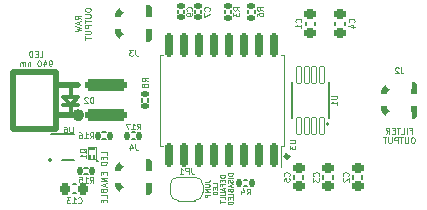
<source format=gbo>
%TF.GenerationSoftware,KiCad,Pcbnew,7.0.1*%
%TF.CreationDate,2023-03-24T10:32:53-04:00*%
%TF.ProjectId,wingbeat_detector,77696e67-6265-4617-945f-646574656374,3.0*%
%TF.SameCoordinates,Original*%
%TF.FileFunction,Legend,Bot*%
%TF.FilePolarity,Positive*%
%FSLAX46Y46*%
G04 Gerber Fmt 4.6, Leading zero omitted, Abs format (unit mm)*
G04 Created by KiCad (PCBNEW 7.0.1) date 2023-03-24 10:32:53*
%MOMM*%
%LPD*%
G01*
G04 APERTURE LIST*
G04 Aperture macros list*
%AMRoundRect*
0 Rectangle with rounded corners*
0 $1 Rounding radius*
0 $2 $3 $4 $5 $6 $7 $8 $9 X,Y pos of 4 corners*
0 Add a 4 corners polygon primitive as box body*
4,1,4,$2,$3,$4,$5,$6,$7,$8,$9,$2,$3,0*
0 Add four circle primitives for the rounded corners*
1,1,$1+$1,$2,$3*
1,1,$1+$1,$4,$5*
1,1,$1+$1,$6,$7*
1,1,$1+$1,$8,$9*
0 Add four rect primitives between the rounded corners*
20,1,$1+$1,$2,$3,$4,$5,0*
20,1,$1+$1,$4,$5,$6,$7,0*
20,1,$1+$1,$6,$7,$8,$9,0*
20,1,$1+$1,$8,$9,$2,$3,0*%
%AMOutline5P*
0 Free polygon, 5 corners , with rotation*
0 The origin of the aperture is its center*
0 number of corners: always 5*
0 $1 to $10 corner X, Y*
0 $11 Rotation angle, in degrees counterclockwise*
0 create outline with 5 corners*
4,1,5,$1,$2,$3,$4,$5,$6,$7,$8,$9,$10,$1,$2,$11*%
%AMOutline6P*
0 Free polygon, 6 corners , with rotation*
0 The origin of the aperture is its center*
0 number of corners: always 6*
0 $1 to $12 corner X, Y*
0 $13 Rotation angle, in degrees counterclockwise*
0 create outline with 6 corners*
4,1,6,$1,$2,$3,$4,$5,$6,$7,$8,$9,$10,$11,$12,$1,$2,$13*%
%AMOutline7P*
0 Free polygon, 7 corners , with rotation*
0 The origin of the aperture is its center*
0 number of corners: always 7*
0 $1 to $14 corner X, Y*
0 $15 Rotation angle, in degrees counterclockwise*
0 create outline with 7 corners*
4,1,7,$1,$2,$3,$4,$5,$6,$7,$8,$9,$10,$11,$12,$13,$14,$1,$2,$15*%
%AMOutline8P*
0 Free polygon, 8 corners , with rotation*
0 The origin of the aperture is its center*
0 number of corners: always 8*
0 $1 to $16 corner X, Y*
0 $17 Rotation angle, in degrees counterclockwise*
0 create outline with 8 corners*
4,1,8,$1,$2,$3,$4,$5,$6,$7,$8,$9,$10,$11,$12,$13,$14,$15,$16,$1,$2,$17*%
%AMFreePoly0*
4,1,19,0.500000,-0.750000,0.000000,-0.750000,0.000000,-0.744911,-0.071157,-0.744911,-0.207708,-0.704816,-0.327430,-0.627875,-0.420627,-0.520320,-0.479746,-0.390866,-0.500000,-0.250000,-0.500000,0.250000,-0.479746,0.390866,-0.420627,0.520320,-0.327430,0.627875,-0.207708,0.704816,-0.071157,0.744911,0.000000,0.744911,0.000000,0.750000,0.500000,0.750000,0.500000,-0.750000,0.500000,-0.750000,
$1*%
%AMFreePoly1*
4,1,19,0.000000,0.744911,0.071157,0.744911,0.207708,0.704816,0.327430,0.627875,0.420627,0.520320,0.479746,0.390866,0.500000,0.250000,0.500000,-0.250000,0.479746,-0.390866,0.420627,-0.520320,0.327430,-0.627875,0.207708,-0.704816,0.071157,-0.744911,0.000000,-0.744911,0.000000,-0.750000,-0.500000,-0.750000,-0.500000,0.750000,0.000000,0.750000,0.000000,0.744911,0.000000,0.744911,
$1*%
G04 Aperture macros list end*
%ADD10C,0.100000*%
%ADD11C,0.125000*%
%ADD12C,0.150000*%
%ADD13C,0.350000*%
%ADD14C,0.500000*%
%ADD15C,0.300000*%
%ADD16C,0.120000*%
%ADD17C,0.127000*%
%ADD18C,0.200000*%
%ADD19C,0.050000*%
%ADD20C,0.250000*%
%ADD21C,2.660000*%
%ADD22C,0.650000*%
%ADD23O,0.650000X0.950000*%
%ADD24C,0.600000*%
%ADD25O,1.600000X1.000000*%
%ADD26RoundRect,0.140000X0.170000X-0.140000X0.170000X0.140000X-0.170000X0.140000X-0.170000X-0.140000X0*%
%ADD27RoundRect,0.225000X-0.225000X-0.250000X0.225000X-0.250000X0.225000X0.250000X-0.225000X0.250000X0*%
%ADD28RoundRect,0.135000X0.185000X-0.135000X0.185000X0.135000X-0.185000X0.135000X-0.185000X-0.135000X0*%
%ADD29RoundRect,0.225000X0.250000X-0.225000X0.250000X0.225000X-0.250000X0.225000X-0.250000X-0.225000X0*%
%ADD30RoundRect,0.135000X-0.135000X-0.185000X0.135000X-0.185000X0.135000X0.185000X-0.135000X0.185000X0*%
%ADD31C,1.000000*%
%ADD32R,0.650000X0.350000*%
%ADD33Outline5P,-0.500000X0.800000X0.500000X0.800000X0.500000X-0.800000X-0.300000X-0.800000X-0.500000X-0.600000X0.000000*%
%ADD34R,1.050000X1.000000*%
%ADD35Outline5P,-0.525000X1.100000X0.525000X1.100000X0.525000X-0.837500X0.262500X-1.100000X-0.525000X-1.100000X270.000000*%
%ADD36Outline5P,-0.525000X1.100000X0.525000X1.100000X0.525000X-1.100000X-0.262500X-1.100000X-0.525000X-0.837500X270.000000*%
%ADD37RoundRect,0.135000X0.135000X0.185000X-0.135000X0.185000X-0.135000X-0.185000X0.135000X-0.185000X0*%
%ADD38RoundRect,0.250000X-1.500000X-0.250000X1.500000X-0.250000X1.500000X0.250000X-1.500000X0.250000X0*%
%ADD39FreePoly0,180.000000*%
%ADD40FreePoly1,180.000000*%
%ADD41RoundRect,0.028200X0.206800X-0.681800X0.206800X0.681800X-0.206800X0.681800X-0.206800X-0.681800X0*%
%ADD42RoundRect,0.150000X0.150000X-0.875000X0.150000X0.875000X-0.150000X0.875000X-0.150000X-0.875000X0*%
%ADD43RoundRect,0.140000X-0.170000X0.140000X-0.170000X-0.140000X0.170000X-0.140000X0.170000X0.140000X0*%
%ADD44RoundRect,0.225000X-0.250000X0.225000X-0.250000X-0.225000X0.250000X-0.225000X0.250000X0.225000X0*%
%ADD45RoundRect,0.030000X-0.045000X-0.095000X0.045000X-0.095000X0.045000X0.095000X-0.045000X0.095000X0*%
%ADD46RoundRect,0.050000X-0.200000X-0.075000X0.200000X-0.075000X0.200000X0.075000X-0.200000X0.075000X0*%
G04 APERTURE END LIST*
D10*
X149063047Y-106919047D02*
X149348761Y-106919047D01*
X149348761Y-106919047D02*
X149405904Y-106900000D01*
X149405904Y-106900000D02*
X149444000Y-106861904D01*
X149444000Y-106861904D02*
X149463047Y-106804762D01*
X149463047Y-106804762D02*
X149463047Y-106766666D01*
X149063047Y-107109524D02*
X149386857Y-107109524D01*
X149386857Y-107109524D02*
X149424952Y-107128571D01*
X149424952Y-107128571D02*
X149444000Y-107147619D01*
X149444000Y-107147619D02*
X149463047Y-107185714D01*
X149463047Y-107185714D02*
X149463047Y-107261905D01*
X149463047Y-107261905D02*
X149444000Y-107300000D01*
X149444000Y-107300000D02*
X149424952Y-107319047D01*
X149424952Y-107319047D02*
X149386857Y-107338095D01*
X149386857Y-107338095D02*
X149063047Y-107338095D01*
X149463047Y-107528572D02*
X149063047Y-107528572D01*
X149063047Y-107528572D02*
X149348761Y-107661905D01*
X149348761Y-107661905D02*
X149063047Y-107795238D01*
X149063047Y-107795238D02*
X149463047Y-107795238D01*
X149463047Y-107985715D02*
X149063047Y-107985715D01*
X149063047Y-107985715D02*
X149063047Y-108138096D01*
X149063047Y-108138096D02*
X149082095Y-108176191D01*
X149082095Y-108176191D02*
X149101142Y-108195238D01*
X149101142Y-108195238D02*
X149139238Y-108214286D01*
X149139238Y-108214286D02*
X149196380Y-108214286D01*
X149196380Y-108214286D02*
X149234476Y-108195238D01*
X149234476Y-108195238D02*
X149253523Y-108176191D01*
X149253523Y-108176191D02*
X149272571Y-108138096D01*
X149272571Y-108138096D02*
X149272571Y-107985715D01*
X150111047Y-107242857D02*
X150111047Y-107052381D01*
X150111047Y-107052381D02*
X149711047Y-107052381D01*
X149901523Y-107376191D02*
X149901523Y-107509524D01*
X150111047Y-107566667D02*
X150111047Y-107376191D01*
X150111047Y-107376191D02*
X149711047Y-107376191D01*
X149711047Y-107376191D02*
X149711047Y-107566667D01*
X150111047Y-107738096D02*
X149711047Y-107738096D01*
X149711047Y-107738096D02*
X149711047Y-107833334D01*
X149711047Y-107833334D02*
X149730095Y-107890477D01*
X149730095Y-107890477D02*
X149768190Y-107928572D01*
X149768190Y-107928572D02*
X149806285Y-107947619D01*
X149806285Y-107947619D02*
X149882476Y-107966667D01*
X149882476Y-107966667D02*
X149939619Y-107966667D01*
X149939619Y-107966667D02*
X150015809Y-107947619D01*
X150015809Y-107947619D02*
X150053904Y-107928572D01*
X150053904Y-107928572D02*
X150092000Y-107890477D01*
X150092000Y-107890477D02*
X150111047Y-107833334D01*
X150111047Y-107833334D02*
X150111047Y-107738096D01*
X150759047Y-106347619D02*
X150359047Y-106347619D01*
X150359047Y-106347619D02*
X150359047Y-106442857D01*
X150359047Y-106442857D02*
X150378095Y-106500000D01*
X150378095Y-106500000D02*
X150416190Y-106538095D01*
X150416190Y-106538095D02*
X150454285Y-106557142D01*
X150454285Y-106557142D02*
X150530476Y-106576190D01*
X150530476Y-106576190D02*
X150587619Y-106576190D01*
X150587619Y-106576190D02*
X150663809Y-106557142D01*
X150663809Y-106557142D02*
X150701904Y-106538095D01*
X150701904Y-106538095D02*
X150740000Y-106500000D01*
X150740000Y-106500000D02*
X150759047Y-106442857D01*
X150759047Y-106442857D02*
X150759047Y-106347619D01*
X150549523Y-106747619D02*
X150549523Y-106880952D01*
X150759047Y-106938095D02*
X150759047Y-106747619D01*
X150759047Y-106747619D02*
X150359047Y-106747619D01*
X150359047Y-106747619D02*
X150359047Y-106938095D01*
X150549523Y-107242857D02*
X150549523Y-107109524D01*
X150759047Y-107109524D02*
X150359047Y-107109524D01*
X150359047Y-107109524D02*
X150359047Y-107300000D01*
X150644761Y-107433333D02*
X150644761Y-107623809D01*
X150759047Y-107395238D02*
X150359047Y-107528571D01*
X150359047Y-107528571D02*
X150759047Y-107661904D01*
X150359047Y-107795238D02*
X150682857Y-107795238D01*
X150682857Y-107795238D02*
X150720952Y-107814285D01*
X150720952Y-107814285D02*
X150740000Y-107833333D01*
X150740000Y-107833333D02*
X150759047Y-107871428D01*
X150759047Y-107871428D02*
X150759047Y-107947619D01*
X150759047Y-107947619D02*
X150740000Y-107985714D01*
X150740000Y-107985714D02*
X150720952Y-108004761D01*
X150720952Y-108004761D02*
X150682857Y-108023809D01*
X150682857Y-108023809D02*
X150359047Y-108023809D01*
X150759047Y-108404762D02*
X150759047Y-108214286D01*
X150759047Y-108214286D02*
X150359047Y-108214286D01*
X150359047Y-108480953D02*
X150359047Y-108709524D01*
X150759047Y-108595238D02*
X150359047Y-108595238D01*
X151407047Y-106195238D02*
X151007047Y-106195238D01*
X151007047Y-106195238D02*
X151007047Y-106290476D01*
X151007047Y-106290476D02*
X151026095Y-106347619D01*
X151026095Y-106347619D02*
X151064190Y-106385714D01*
X151064190Y-106385714D02*
X151102285Y-106404761D01*
X151102285Y-106404761D02*
X151178476Y-106423809D01*
X151178476Y-106423809D02*
X151235619Y-106423809D01*
X151235619Y-106423809D02*
X151311809Y-106404761D01*
X151311809Y-106404761D02*
X151349904Y-106385714D01*
X151349904Y-106385714D02*
X151388000Y-106347619D01*
X151388000Y-106347619D02*
X151407047Y-106290476D01*
X151407047Y-106290476D02*
X151407047Y-106195238D01*
X151407047Y-106595238D02*
X151007047Y-106595238D01*
X151388000Y-106766666D02*
X151407047Y-106823809D01*
X151407047Y-106823809D02*
X151407047Y-106919047D01*
X151407047Y-106919047D02*
X151388000Y-106957142D01*
X151388000Y-106957142D02*
X151368952Y-106976190D01*
X151368952Y-106976190D02*
X151330857Y-106995237D01*
X151330857Y-106995237D02*
X151292761Y-106995237D01*
X151292761Y-106995237D02*
X151254666Y-106976190D01*
X151254666Y-106976190D02*
X151235619Y-106957142D01*
X151235619Y-106957142D02*
X151216571Y-106919047D01*
X151216571Y-106919047D02*
X151197523Y-106842856D01*
X151197523Y-106842856D02*
X151178476Y-106804761D01*
X151178476Y-106804761D02*
X151159428Y-106785714D01*
X151159428Y-106785714D02*
X151121333Y-106766666D01*
X151121333Y-106766666D02*
X151083238Y-106766666D01*
X151083238Y-106766666D02*
X151045142Y-106785714D01*
X151045142Y-106785714D02*
X151026095Y-106804761D01*
X151026095Y-106804761D02*
X151007047Y-106842856D01*
X151007047Y-106842856D02*
X151007047Y-106938095D01*
X151007047Y-106938095D02*
X151026095Y-106995237D01*
X151292761Y-107147618D02*
X151292761Y-107338094D01*
X151407047Y-107109523D02*
X151007047Y-107242856D01*
X151007047Y-107242856D02*
X151407047Y-107376189D01*
X151197523Y-107642856D02*
X151216571Y-107699999D01*
X151216571Y-107699999D02*
X151235619Y-107719046D01*
X151235619Y-107719046D02*
X151273714Y-107738094D01*
X151273714Y-107738094D02*
X151330857Y-107738094D01*
X151330857Y-107738094D02*
X151368952Y-107719046D01*
X151368952Y-107719046D02*
X151388000Y-107699999D01*
X151388000Y-107699999D02*
X151407047Y-107661904D01*
X151407047Y-107661904D02*
X151407047Y-107509523D01*
X151407047Y-107509523D02*
X151007047Y-107509523D01*
X151007047Y-107509523D02*
X151007047Y-107642856D01*
X151007047Y-107642856D02*
X151026095Y-107680951D01*
X151026095Y-107680951D02*
X151045142Y-107699999D01*
X151045142Y-107699999D02*
X151083238Y-107719046D01*
X151083238Y-107719046D02*
X151121333Y-107719046D01*
X151121333Y-107719046D02*
X151159428Y-107699999D01*
X151159428Y-107699999D02*
X151178476Y-107680951D01*
X151178476Y-107680951D02*
X151197523Y-107642856D01*
X151197523Y-107642856D02*
X151197523Y-107509523D01*
X151407047Y-108099999D02*
X151407047Y-107909523D01*
X151407047Y-107909523D02*
X151007047Y-107909523D01*
X151197523Y-108233333D02*
X151197523Y-108366666D01*
X151407047Y-108423809D02*
X151407047Y-108233333D01*
X151407047Y-108233333D02*
X151007047Y-108233333D01*
X151007047Y-108233333D02*
X151007047Y-108423809D01*
X151407047Y-108595238D02*
X151007047Y-108595238D01*
X151007047Y-108595238D02*
X151007047Y-108690476D01*
X151007047Y-108690476D02*
X151026095Y-108747619D01*
X151026095Y-108747619D02*
X151064190Y-108785714D01*
X151064190Y-108785714D02*
X151102285Y-108804761D01*
X151102285Y-108804761D02*
X151178476Y-108823809D01*
X151178476Y-108823809D02*
X151235619Y-108823809D01*
X151235619Y-108823809D02*
X151311809Y-108804761D01*
X151311809Y-108804761D02*
X151349904Y-108785714D01*
X151349904Y-108785714D02*
X151388000Y-108747619D01*
X151388000Y-108747619D02*
X151407047Y-108690476D01*
X151407047Y-108690476D02*
X151407047Y-108595238D01*
D11*
X140731309Y-104607142D02*
X140731309Y-104369047D01*
X140731309Y-104369047D02*
X140231309Y-104369047D01*
X140469404Y-104773809D02*
X140469404Y-104940476D01*
X140731309Y-105011904D02*
X140731309Y-104773809D01*
X140731309Y-104773809D02*
X140231309Y-104773809D01*
X140231309Y-104773809D02*
X140231309Y-105011904D01*
X140731309Y-105226190D02*
X140231309Y-105226190D01*
X140231309Y-105226190D02*
X140231309Y-105345238D01*
X140231309Y-105345238D02*
X140255119Y-105416666D01*
X140255119Y-105416666D02*
X140302738Y-105464285D01*
X140302738Y-105464285D02*
X140350357Y-105488095D01*
X140350357Y-105488095D02*
X140445595Y-105511904D01*
X140445595Y-105511904D02*
X140517023Y-105511904D01*
X140517023Y-105511904D02*
X140612261Y-105488095D01*
X140612261Y-105488095D02*
X140659880Y-105464285D01*
X140659880Y-105464285D02*
X140707500Y-105416666D01*
X140707500Y-105416666D02*
X140731309Y-105345238D01*
X140731309Y-105345238D02*
X140731309Y-105226190D01*
X140469404Y-106107142D02*
X140469404Y-106273809D01*
X140731309Y-106345237D02*
X140731309Y-106107142D01*
X140731309Y-106107142D02*
X140231309Y-106107142D01*
X140231309Y-106107142D02*
X140231309Y-106345237D01*
X140731309Y-106559523D02*
X140231309Y-106559523D01*
X140231309Y-106559523D02*
X140731309Y-106845237D01*
X140731309Y-106845237D02*
X140231309Y-106845237D01*
X140588452Y-107059524D02*
X140588452Y-107297619D01*
X140731309Y-107011905D02*
X140231309Y-107178571D01*
X140231309Y-107178571D02*
X140731309Y-107345238D01*
X140469404Y-107678571D02*
X140493214Y-107749999D01*
X140493214Y-107749999D02*
X140517023Y-107773809D01*
X140517023Y-107773809D02*
X140564642Y-107797618D01*
X140564642Y-107797618D02*
X140636071Y-107797618D01*
X140636071Y-107797618D02*
X140683690Y-107773809D01*
X140683690Y-107773809D02*
X140707500Y-107749999D01*
X140707500Y-107749999D02*
X140731309Y-107702380D01*
X140731309Y-107702380D02*
X140731309Y-107511904D01*
X140731309Y-107511904D02*
X140231309Y-107511904D01*
X140231309Y-107511904D02*
X140231309Y-107678571D01*
X140231309Y-107678571D02*
X140255119Y-107726190D01*
X140255119Y-107726190D02*
X140278928Y-107749999D01*
X140278928Y-107749999D02*
X140326547Y-107773809D01*
X140326547Y-107773809D02*
X140374166Y-107773809D01*
X140374166Y-107773809D02*
X140421785Y-107749999D01*
X140421785Y-107749999D02*
X140445595Y-107726190D01*
X140445595Y-107726190D02*
X140469404Y-107678571D01*
X140469404Y-107678571D02*
X140469404Y-107511904D01*
X140731309Y-108249999D02*
X140731309Y-108011904D01*
X140731309Y-108011904D02*
X140231309Y-108011904D01*
X140469404Y-108416666D02*
X140469404Y-108583333D01*
X140731309Y-108654761D02*
X140731309Y-108416666D01*
X140731309Y-108416666D02*
X140231309Y-108416666D01*
X140231309Y-108416666D02*
X140231309Y-108654761D01*
X166416665Y-102564404D02*
X166583332Y-102564404D01*
X166583332Y-102826309D02*
X166583332Y-102326309D01*
X166583332Y-102326309D02*
X166345237Y-102326309D01*
X166154761Y-102826309D02*
X166154761Y-102326309D01*
X165678571Y-102826309D02*
X165916666Y-102826309D01*
X165916666Y-102826309D02*
X165916666Y-102326309D01*
X165583332Y-102326309D02*
X165297618Y-102326309D01*
X165440475Y-102826309D02*
X165440475Y-102326309D01*
X165130952Y-102564404D02*
X164964285Y-102564404D01*
X164892857Y-102826309D02*
X165130952Y-102826309D01*
X165130952Y-102826309D02*
X165130952Y-102326309D01*
X165130952Y-102326309D02*
X164892857Y-102326309D01*
X164392857Y-102826309D02*
X164559523Y-102588214D01*
X164678571Y-102826309D02*
X164678571Y-102326309D01*
X164678571Y-102326309D02*
X164488095Y-102326309D01*
X164488095Y-102326309D02*
X164440476Y-102350119D01*
X164440476Y-102350119D02*
X164416666Y-102373928D01*
X164416666Y-102373928D02*
X164392857Y-102421547D01*
X164392857Y-102421547D02*
X164392857Y-102492976D01*
X164392857Y-102492976D02*
X164416666Y-102540595D01*
X164416666Y-102540595D02*
X164440476Y-102564404D01*
X164440476Y-102564404D02*
X164488095Y-102588214D01*
X164488095Y-102588214D02*
X164678571Y-102588214D01*
X166702381Y-103136309D02*
X166607143Y-103136309D01*
X166607143Y-103136309D02*
X166559524Y-103160119D01*
X166559524Y-103160119D02*
X166511905Y-103207738D01*
X166511905Y-103207738D02*
X166488095Y-103302976D01*
X166488095Y-103302976D02*
X166488095Y-103469642D01*
X166488095Y-103469642D02*
X166511905Y-103564880D01*
X166511905Y-103564880D02*
X166559524Y-103612500D01*
X166559524Y-103612500D02*
X166607143Y-103636309D01*
X166607143Y-103636309D02*
X166702381Y-103636309D01*
X166702381Y-103636309D02*
X166750000Y-103612500D01*
X166750000Y-103612500D02*
X166797619Y-103564880D01*
X166797619Y-103564880D02*
X166821428Y-103469642D01*
X166821428Y-103469642D02*
X166821428Y-103302976D01*
X166821428Y-103302976D02*
X166797619Y-103207738D01*
X166797619Y-103207738D02*
X166750000Y-103160119D01*
X166750000Y-103160119D02*
X166702381Y-103136309D01*
X166273809Y-103136309D02*
X166273809Y-103541071D01*
X166273809Y-103541071D02*
X166249999Y-103588690D01*
X166249999Y-103588690D02*
X166226190Y-103612500D01*
X166226190Y-103612500D02*
X166178571Y-103636309D01*
X166178571Y-103636309D02*
X166083333Y-103636309D01*
X166083333Y-103636309D02*
X166035714Y-103612500D01*
X166035714Y-103612500D02*
X166011904Y-103588690D01*
X166011904Y-103588690D02*
X165988095Y-103541071D01*
X165988095Y-103541071D02*
X165988095Y-103136309D01*
X165821427Y-103136309D02*
X165535713Y-103136309D01*
X165678570Y-103636309D02*
X165678570Y-103136309D01*
X165369047Y-103636309D02*
X165369047Y-103136309D01*
X165369047Y-103136309D02*
X165178571Y-103136309D01*
X165178571Y-103136309D02*
X165130952Y-103160119D01*
X165130952Y-103160119D02*
X165107142Y-103183928D01*
X165107142Y-103183928D02*
X165083333Y-103231547D01*
X165083333Y-103231547D02*
X165083333Y-103302976D01*
X165083333Y-103302976D02*
X165107142Y-103350595D01*
X165107142Y-103350595D02*
X165130952Y-103374404D01*
X165130952Y-103374404D02*
X165178571Y-103398214D01*
X165178571Y-103398214D02*
X165369047Y-103398214D01*
X164869047Y-103136309D02*
X164869047Y-103541071D01*
X164869047Y-103541071D02*
X164845237Y-103588690D01*
X164845237Y-103588690D02*
X164821428Y-103612500D01*
X164821428Y-103612500D02*
X164773809Y-103636309D01*
X164773809Y-103636309D02*
X164678571Y-103636309D01*
X164678571Y-103636309D02*
X164630952Y-103612500D01*
X164630952Y-103612500D02*
X164607142Y-103588690D01*
X164607142Y-103588690D02*
X164583333Y-103541071D01*
X164583333Y-103541071D02*
X164583333Y-103136309D01*
X164416665Y-103136309D02*
X164130951Y-103136309D01*
X164273808Y-103636309D02*
X164273808Y-103136309D01*
X138576309Y-93154761D02*
X138338214Y-92988095D01*
X138576309Y-92869047D02*
X138076309Y-92869047D01*
X138076309Y-92869047D02*
X138076309Y-93059523D01*
X138076309Y-93059523D02*
X138100119Y-93107142D01*
X138100119Y-93107142D02*
X138123928Y-93130952D01*
X138123928Y-93130952D02*
X138171547Y-93154761D01*
X138171547Y-93154761D02*
X138242976Y-93154761D01*
X138242976Y-93154761D02*
X138290595Y-93130952D01*
X138290595Y-93130952D02*
X138314404Y-93107142D01*
X138314404Y-93107142D02*
X138338214Y-93059523D01*
X138338214Y-93059523D02*
X138338214Y-92869047D01*
X138433452Y-93345238D02*
X138433452Y-93583333D01*
X138576309Y-93297619D02*
X138076309Y-93464285D01*
X138076309Y-93464285D02*
X138576309Y-93630952D01*
X138076309Y-93749999D02*
X138576309Y-93869047D01*
X138576309Y-93869047D02*
X138219166Y-93964285D01*
X138219166Y-93964285D02*
X138576309Y-94059523D01*
X138576309Y-94059523D02*
X138076309Y-94178571D01*
X138886309Y-92297618D02*
X138886309Y-92392856D01*
X138886309Y-92392856D02*
X138910119Y-92440475D01*
X138910119Y-92440475D02*
X138957738Y-92488094D01*
X138957738Y-92488094D02*
X139052976Y-92511904D01*
X139052976Y-92511904D02*
X139219642Y-92511904D01*
X139219642Y-92511904D02*
X139314880Y-92488094D01*
X139314880Y-92488094D02*
X139362500Y-92440475D01*
X139362500Y-92440475D02*
X139386309Y-92392856D01*
X139386309Y-92392856D02*
X139386309Y-92297618D01*
X139386309Y-92297618D02*
X139362500Y-92249999D01*
X139362500Y-92249999D02*
X139314880Y-92202380D01*
X139314880Y-92202380D02*
X139219642Y-92178571D01*
X139219642Y-92178571D02*
X139052976Y-92178571D01*
X139052976Y-92178571D02*
X138957738Y-92202380D01*
X138957738Y-92202380D02*
X138910119Y-92249999D01*
X138910119Y-92249999D02*
X138886309Y-92297618D01*
X138886309Y-92726190D02*
X139291071Y-92726190D01*
X139291071Y-92726190D02*
X139338690Y-92750000D01*
X139338690Y-92750000D02*
X139362500Y-92773809D01*
X139362500Y-92773809D02*
X139386309Y-92821428D01*
X139386309Y-92821428D02*
X139386309Y-92916666D01*
X139386309Y-92916666D02*
X139362500Y-92964285D01*
X139362500Y-92964285D02*
X139338690Y-92988095D01*
X139338690Y-92988095D02*
X139291071Y-93011904D01*
X139291071Y-93011904D02*
X138886309Y-93011904D01*
X138886309Y-93178572D02*
X138886309Y-93464286D01*
X139386309Y-93321429D02*
X138886309Y-93321429D01*
X139386309Y-93630952D02*
X138886309Y-93630952D01*
X138886309Y-93630952D02*
X138886309Y-93821428D01*
X138886309Y-93821428D02*
X138910119Y-93869047D01*
X138910119Y-93869047D02*
X138933928Y-93892857D01*
X138933928Y-93892857D02*
X138981547Y-93916666D01*
X138981547Y-93916666D02*
X139052976Y-93916666D01*
X139052976Y-93916666D02*
X139100595Y-93892857D01*
X139100595Y-93892857D02*
X139124404Y-93869047D01*
X139124404Y-93869047D02*
X139148214Y-93821428D01*
X139148214Y-93821428D02*
X139148214Y-93630952D01*
X138886309Y-94130952D02*
X139291071Y-94130952D01*
X139291071Y-94130952D02*
X139338690Y-94154762D01*
X139338690Y-94154762D02*
X139362500Y-94178571D01*
X139362500Y-94178571D02*
X139386309Y-94226190D01*
X139386309Y-94226190D02*
X139386309Y-94321428D01*
X139386309Y-94321428D02*
X139362500Y-94369047D01*
X139362500Y-94369047D02*
X139338690Y-94392857D01*
X139338690Y-94392857D02*
X139291071Y-94416666D01*
X139291071Y-94416666D02*
X138886309Y-94416666D01*
X138886309Y-94583334D02*
X138886309Y-94869048D01*
X139386309Y-94726191D02*
X138886309Y-94726191D01*
X135071428Y-96326309D02*
X135309523Y-96326309D01*
X135309523Y-96326309D02*
X135309523Y-95826309D01*
X134904761Y-96064404D02*
X134738094Y-96064404D01*
X134666666Y-96326309D02*
X134904761Y-96326309D01*
X134904761Y-96326309D02*
X134904761Y-95826309D01*
X134904761Y-95826309D02*
X134666666Y-95826309D01*
X134452380Y-96326309D02*
X134452380Y-95826309D01*
X134452380Y-95826309D02*
X134333332Y-95826309D01*
X134333332Y-95826309D02*
X134261904Y-95850119D01*
X134261904Y-95850119D02*
X134214285Y-95897738D01*
X134214285Y-95897738D02*
X134190475Y-95945357D01*
X134190475Y-95945357D02*
X134166666Y-96040595D01*
X134166666Y-96040595D02*
X134166666Y-96112023D01*
X134166666Y-96112023D02*
X134190475Y-96207261D01*
X134190475Y-96207261D02*
X134214285Y-96254880D01*
X134214285Y-96254880D02*
X134261904Y-96302500D01*
X134261904Y-96302500D02*
X134333332Y-96326309D01*
X134333332Y-96326309D02*
X134452380Y-96326309D01*
X136071427Y-97136309D02*
X135976189Y-97136309D01*
X135976189Y-97136309D02*
X135928570Y-97112500D01*
X135928570Y-97112500D02*
X135904761Y-97088690D01*
X135904761Y-97088690D02*
X135857142Y-97017261D01*
X135857142Y-97017261D02*
X135833332Y-96922023D01*
X135833332Y-96922023D02*
X135833332Y-96731547D01*
X135833332Y-96731547D02*
X135857142Y-96683928D01*
X135857142Y-96683928D02*
X135880951Y-96660119D01*
X135880951Y-96660119D02*
X135928570Y-96636309D01*
X135928570Y-96636309D02*
X136023808Y-96636309D01*
X136023808Y-96636309D02*
X136071427Y-96660119D01*
X136071427Y-96660119D02*
X136095237Y-96683928D01*
X136095237Y-96683928D02*
X136119046Y-96731547D01*
X136119046Y-96731547D02*
X136119046Y-96850595D01*
X136119046Y-96850595D02*
X136095237Y-96898214D01*
X136095237Y-96898214D02*
X136071427Y-96922023D01*
X136071427Y-96922023D02*
X136023808Y-96945833D01*
X136023808Y-96945833D02*
X135928570Y-96945833D01*
X135928570Y-96945833D02*
X135880951Y-96922023D01*
X135880951Y-96922023D02*
X135857142Y-96898214D01*
X135857142Y-96898214D02*
X135833332Y-96850595D01*
X135404761Y-96802976D02*
X135404761Y-97136309D01*
X135523809Y-96612500D02*
X135642856Y-96969642D01*
X135642856Y-96969642D02*
X135333333Y-96969642D01*
X135047619Y-96636309D02*
X135000000Y-96636309D01*
X135000000Y-96636309D02*
X134952381Y-96660119D01*
X134952381Y-96660119D02*
X134928571Y-96683928D01*
X134928571Y-96683928D02*
X134904762Y-96731547D01*
X134904762Y-96731547D02*
X134880952Y-96826785D01*
X134880952Y-96826785D02*
X134880952Y-96945833D01*
X134880952Y-96945833D02*
X134904762Y-97041071D01*
X134904762Y-97041071D02*
X134928571Y-97088690D01*
X134928571Y-97088690D02*
X134952381Y-97112500D01*
X134952381Y-97112500D02*
X135000000Y-97136309D01*
X135000000Y-97136309D02*
X135047619Y-97136309D01*
X135047619Y-97136309D02*
X135095238Y-97112500D01*
X135095238Y-97112500D02*
X135119047Y-97088690D01*
X135119047Y-97088690D02*
X135142857Y-97041071D01*
X135142857Y-97041071D02*
X135166666Y-96945833D01*
X135166666Y-96945833D02*
X135166666Y-96826785D01*
X135166666Y-96826785D02*
X135142857Y-96731547D01*
X135142857Y-96731547D02*
X135119047Y-96683928D01*
X135119047Y-96683928D02*
X135095238Y-96660119D01*
X135095238Y-96660119D02*
X135047619Y-96636309D01*
X134285715Y-96802976D02*
X134285715Y-97136309D01*
X134285715Y-96850595D02*
X134261905Y-96826785D01*
X134261905Y-96826785D02*
X134214286Y-96802976D01*
X134214286Y-96802976D02*
X134142858Y-96802976D01*
X134142858Y-96802976D02*
X134095239Y-96826785D01*
X134095239Y-96826785D02*
X134071429Y-96874404D01*
X134071429Y-96874404D02*
X134071429Y-97136309D01*
X133833334Y-97136309D02*
X133833334Y-96802976D01*
X133833334Y-96850595D02*
X133809524Y-96826785D01*
X133809524Y-96826785D02*
X133761905Y-96802976D01*
X133761905Y-96802976D02*
X133690477Y-96802976D01*
X133690477Y-96802976D02*
X133642858Y-96826785D01*
X133642858Y-96826785D02*
X133619048Y-96874404D01*
X133619048Y-96874404D02*
X133619048Y-97136309D01*
X133619048Y-96874404D02*
X133595239Y-96826785D01*
X133595239Y-96826785D02*
X133547620Y-96802976D01*
X133547620Y-96802976D02*
X133476191Y-96802976D01*
X133476191Y-96802976D02*
X133428572Y-96826785D01*
X133428572Y-96826785D02*
X133404762Y-96874404D01*
X133404762Y-96874404D02*
X133404762Y-97136309D01*
%TO.C,C7*%
X149433690Y-92416666D02*
X149457500Y-92392857D01*
X149457500Y-92392857D02*
X149481309Y-92321428D01*
X149481309Y-92321428D02*
X149481309Y-92273809D01*
X149481309Y-92273809D02*
X149457500Y-92202381D01*
X149457500Y-92202381D02*
X149409880Y-92154762D01*
X149409880Y-92154762D02*
X149362261Y-92130952D01*
X149362261Y-92130952D02*
X149267023Y-92107143D01*
X149267023Y-92107143D02*
X149195595Y-92107143D01*
X149195595Y-92107143D02*
X149100357Y-92130952D01*
X149100357Y-92130952D02*
X149052738Y-92154762D01*
X149052738Y-92154762D02*
X149005119Y-92202381D01*
X149005119Y-92202381D02*
X148981309Y-92273809D01*
X148981309Y-92273809D02*
X148981309Y-92321428D01*
X148981309Y-92321428D02*
X149005119Y-92392857D01*
X149005119Y-92392857D02*
X149028928Y-92416666D01*
X148981309Y-92583333D02*
X148981309Y-92916666D01*
X148981309Y-92916666D02*
X149481309Y-92702381D01*
%TO.C,C13*%
X138321428Y-108683690D02*
X138345237Y-108707500D01*
X138345237Y-108707500D02*
X138416666Y-108731309D01*
X138416666Y-108731309D02*
X138464285Y-108731309D01*
X138464285Y-108731309D02*
X138535713Y-108707500D01*
X138535713Y-108707500D02*
X138583332Y-108659880D01*
X138583332Y-108659880D02*
X138607142Y-108612261D01*
X138607142Y-108612261D02*
X138630951Y-108517023D01*
X138630951Y-108517023D02*
X138630951Y-108445595D01*
X138630951Y-108445595D02*
X138607142Y-108350357D01*
X138607142Y-108350357D02*
X138583332Y-108302738D01*
X138583332Y-108302738D02*
X138535713Y-108255119D01*
X138535713Y-108255119D02*
X138464285Y-108231309D01*
X138464285Y-108231309D02*
X138416666Y-108231309D01*
X138416666Y-108231309D02*
X138345237Y-108255119D01*
X138345237Y-108255119D02*
X138321428Y-108278928D01*
X137845237Y-108731309D02*
X138130951Y-108731309D01*
X137988094Y-108731309D02*
X137988094Y-108231309D01*
X137988094Y-108231309D02*
X138035713Y-108302738D01*
X138035713Y-108302738D02*
X138083332Y-108350357D01*
X138083332Y-108350357D02*
X138130951Y-108374166D01*
X137678571Y-108231309D02*
X137369047Y-108231309D01*
X137369047Y-108231309D02*
X137535714Y-108421785D01*
X137535714Y-108421785D02*
X137464285Y-108421785D01*
X137464285Y-108421785D02*
X137416666Y-108445595D01*
X137416666Y-108445595D02*
X137392857Y-108469404D01*
X137392857Y-108469404D02*
X137369047Y-108517023D01*
X137369047Y-108517023D02*
X137369047Y-108636071D01*
X137369047Y-108636071D02*
X137392857Y-108683690D01*
X137392857Y-108683690D02*
X137416666Y-108707500D01*
X137416666Y-108707500D02*
X137464285Y-108731309D01*
X137464285Y-108731309D02*
X137607142Y-108731309D01*
X137607142Y-108731309D02*
X137654761Y-108707500D01*
X137654761Y-108707500D02*
X137678571Y-108683690D01*
%TO.C,R3*%
X151981309Y-92416666D02*
X151743214Y-92250000D01*
X151981309Y-92130952D02*
X151481309Y-92130952D01*
X151481309Y-92130952D02*
X151481309Y-92321428D01*
X151481309Y-92321428D02*
X151505119Y-92369047D01*
X151505119Y-92369047D02*
X151528928Y-92392857D01*
X151528928Y-92392857D02*
X151576547Y-92416666D01*
X151576547Y-92416666D02*
X151647976Y-92416666D01*
X151647976Y-92416666D02*
X151695595Y-92392857D01*
X151695595Y-92392857D02*
X151719404Y-92369047D01*
X151719404Y-92369047D02*
X151743214Y-92321428D01*
X151743214Y-92321428D02*
X151743214Y-92130952D01*
X151481309Y-92583333D02*
X151481309Y-92892857D01*
X151481309Y-92892857D02*
X151671785Y-92726190D01*
X151671785Y-92726190D02*
X151671785Y-92797619D01*
X151671785Y-92797619D02*
X151695595Y-92845238D01*
X151695595Y-92845238D02*
X151719404Y-92869047D01*
X151719404Y-92869047D02*
X151767023Y-92892857D01*
X151767023Y-92892857D02*
X151886071Y-92892857D01*
X151886071Y-92892857D02*
X151933690Y-92869047D01*
X151933690Y-92869047D02*
X151957500Y-92845238D01*
X151957500Y-92845238D02*
X151981309Y-92797619D01*
X151981309Y-92797619D02*
X151981309Y-92654762D01*
X151981309Y-92654762D02*
X151957500Y-92607143D01*
X151957500Y-92607143D02*
X151933690Y-92583333D01*
%TO.C,C4*%
X161683690Y-93416666D02*
X161707500Y-93392857D01*
X161707500Y-93392857D02*
X161731309Y-93321428D01*
X161731309Y-93321428D02*
X161731309Y-93273809D01*
X161731309Y-93273809D02*
X161707500Y-93202381D01*
X161707500Y-93202381D02*
X161659880Y-93154762D01*
X161659880Y-93154762D02*
X161612261Y-93130952D01*
X161612261Y-93130952D02*
X161517023Y-93107143D01*
X161517023Y-93107143D02*
X161445595Y-93107143D01*
X161445595Y-93107143D02*
X161350357Y-93130952D01*
X161350357Y-93130952D02*
X161302738Y-93154762D01*
X161302738Y-93154762D02*
X161255119Y-93202381D01*
X161255119Y-93202381D02*
X161231309Y-93273809D01*
X161231309Y-93273809D02*
X161231309Y-93321428D01*
X161231309Y-93321428D02*
X161255119Y-93392857D01*
X161255119Y-93392857D02*
X161278928Y-93416666D01*
X161397976Y-93845238D02*
X161731309Y-93845238D01*
X161207500Y-93726190D02*
X161564642Y-93607143D01*
X161564642Y-93607143D02*
X161564642Y-93916666D01*
%TO.C,C5*%
X156183690Y-106416666D02*
X156207500Y-106392857D01*
X156207500Y-106392857D02*
X156231309Y-106321428D01*
X156231309Y-106321428D02*
X156231309Y-106273809D01*
X156231309Y-106273809D02*
X156207500Y-106202381D01*
X156207500Y-106202381D02*
X156159880Y-106154762D01*
X156159880Y-106154762D02*
X156112261Y-106130952D01*
X156112261Y-106130952D02*
X156017023Y-106107143D01*
X156017023Y-106107143D02*
X155945595Y-106107143D01*
X155945595Y-106107143D02*
X155850357Y-106130952D01*
X155850357Y-106130952D02*
X155802738Y-106154762D01*
X155802738Y-106154762D02*
X155755119Y-106202381D01*
X155755119Y-106202381D02*
X155731309Y-106273809D01*
X155731309Y-106273809D02*
X155731309Y-106321428D01*
X155731309Y-106321428D02*
X155755119Y-106392857D01*
X155755119Y-106392857D02*
X155778928Y-106416666D01*
X155731309Y-106869047D02*
X155731309Y-106630952D01*
X155731309Y-106630952D02*
X155969404Y-106607143D01*
X155969404Y-106607143D02*
X155945595Y-106630952D01*
X155945595Y-106630952D02*
X155921785Y-106678571D01*
X155921785Y-106678571D02*
X155921785Y-106797619D01*
X155921785Y-106797619D02*
X155945595Y-106845238D01*
X155945595Y-106845238D02*
X155969404Y-106869047D01*
X155969404Y-106869047D02*
X156017023Y-106892857D01*
X156017023Y-106892857D02*
X156136071Y-106892857D01*
X156136071Y-106892857D02*
X156183690Y-106869047D01*
X156183690Y-106869047D02*
X156207500Y-106845238D01*
X156207500Y-106845238D02*
X156231309Y-106797619D01*
X156231309Y-106797619D02*
X156231309Y-106678571D01*
X156231309Y-106678571D02*
X156207500Y-106630952D01*
X156207500Y-106630952D02*
X156183690Y-106607143D01*
%TO.C,C1*%
X157183690Y-93416666D02*
X157207500Y-93392857D01*
X157207500Y-93392857D02*
X157231309Y-93321428D01*
X157231309Y-93321428D02*
X157231309Y-93273809D01*
X157231309Y-93273809D02*
X157207500Y-93202381D01*
X157207500Y-93202381D02*
X157159880Y-93154762D01*
X157159880Y-93154762D02*
X157112261Y-93130952D01*
X157112261Y-93130952D02*
X157017023Y-93107143D01*
X157017023Y-93107143D02*
X156945595Y-93107143D01*
X156945595Y-93107143D02*
X156850357Y-93130952D01*
X156850357Y-93130952D02*
X156802738Y-93154762D01*
X156802738Y-93154762D02*
X156755119Y-93202381D01*
X156755119Y-93202381D02*
X156731309Y-93273809D01*
X156731309Y-93273809D02*
X156731309Y-93321428D01*
X156731309Y-93321428D02*
X156755119Y-93392857D01*
X156755119Y-93392857D02*
X156778928Y-93416666D01*
X157231309Y-93892857D02*
X157231309Y-93607143D01*
X157231309Y-93750000D02*
X156731309Y-93750000D01*
X156731309Y-93750000D02*
X156802738Y-93702381D01*
X156802738Y-93702381D02*
X156850357Y-93654762D01*
X156850357Y-93654762D02*
X156874166Y-93607143D01*
%TO.C,R6*%
X153981309Y-92416666D02*
X153743214Y-92250000D01*
X153981309Y-92130952D02*
X153481309Y-92130952D01*
X153481309Y-92130952D02*
X153481309Y-92321428D01*
X153481309Y-92321428D02*
X153505119Y-92369047D01*
X153505119Y-92369047D02*
X153528928Y-92392857D01*
X153528928Y-92392857D02*
X153576547Y-92416666D01*
X153576547Y-92416666D02*
X153647976Y-92416666D01*
X153647976Y-92416666D02*
X153695595Y-92392857D01*
X153695595Y-92392857D02*
X153719404Y-92369047D01*
X153719404Y-92369047D02*
X153743214Y-92321428D01*
X153743214Y-92321428D02*
X153743214Y-92130952D01*
X153481309Y-92845238D02*
X153481309Y-92750000D01*
X153481309Y-92750000D02*
X153505119Y-92702381D01*
X153505119Y-92702381D02*
X153528928Y-92678571D01*
X153528928Y-92678571D02*
X153600357Y-92630952D01*
X153600357Y-92630952D02*
X153695595Y-92607143D01*
X153695595Y-92607143D02*
X153886071Y-92607143D01*
X153886071Y-92607143D02*
X153933690Y-92630952D01*
X153933690Y-92630952D02*
X153957500Y-92654762D01*
X153957500Y-92654762D02*
X153981309Y-92702381D01*
X153981309Y-92702381D02*
X153981309Y-92797619D01*
X153981309Y-92797619D02*
X153957500Y-92845238D01*
X153957500Y-92845238D02*
X153933690Y-92869047D01*
X153933690Y-92869047D02*
X153886071Y-92892857D01*
X153886071Y-92892857D02*
X153767023Y-92892857D01*
X153767023Y-92892857D02*
X153719404Y-92869047D01*
X153719404Y-92869047D02*
X153695595Y-92845238D01*
X153695595Y-92845238D02*
X153671785Y-92797619D01*
X153671785Y-92797619D02*
X153671785Y-92702381D01*
X153671785Y-92702381D02*
X153695595Y-92654762D01*
X153695595Y-92654762D02*
X153719404Y-92630952D01*
X153719404Y-92630952D02*
X153767023Y-92607143D01*
%TO.C,R4*%
X152583333Y-107981309D02*
X152749999Y-107743214D01*
X152869047Y-107981309D02*
X152869047Y-107481309D01*
X152869047Y-107481309D02*
X152678571Y-107481309D01*
X152678571Y-107481309D02*
X152630952Y-107505119D01*
X152630952Y-107505119D02*
X152607142Y-107528928D01*
X152607142Y-107528928D02*
X152583333Y-107576547D01*
X152583333Y-107576547D02*
X152583333Y-107647976D01*
X152583333Y-107647976D02*
X152607142Y-107695595D01*
X152607142Y-107695595D02*
X152630952Y-107719404D01*
X152630952Y-107719404D02*
X152678571Y-107743214D01*
X152678571Y-107743214D02*
X152869047Y-107743214D01*
X152154761Y-107647976D02*
X152154761Y-107981309D01*
X152273809Y-107457500D02*
X152392856Y-107814642D01*
X152392856Y-107814642D02*
X152083333Y-107814642D01*
%TO.C,U6*%
X137880952Y-102231309D02*
X137880952Y-102636071D01*
X137880952Y-102636071D02*
X137857142Y-102683690D01*
X137857142Y-102683690D02*
X137833333Y-102707500D01*
X137833333Y-102707500D02*
X137785714Y-102731309D01*
X137785714Y-102731309D02*
X137690476Y-102731309D01*
X137690476Y-102731309D02*
X137642857Y-102707500D01*
X137642857Y-102707500D02*
X137619047Y-102683690D01*
X137619047Y-102683690D02*
X137595238Y-102636071D01*
X137595238Y-102636071D02*
X137595238Y-102231309D01*
X137142856Y-102231309D02*
X137238094Y-102231309D01*
X137238094Y-102231309D02*
X137285713Y-102255119D01*
X137285713Y-102255119D02*
X137309523Y-102278928D01*
X137309523Y-102278928D02*
X137357142Y-102350357D01*
X137357142Y-102350357D02*
X137380951Y-102445595D01*
X137380951Y-102445595D02*
X137380951Y-102636071D01*
X137380951Y-102636071D02*
X137357142Y-102683690D01*
X137357142Y-102683690D02*
X137333332Y-102707500D01*
X137333332Y-102707500D02*
X137285713Y-102731309D01*
X137285713Y-102731309D02*
X137190475Y-102731309D01*
X137190475Y-102731309D02*
X137142856Y-102707500D01*
X137142856Y-102707500D02*
X137119047Y-102683690D01*
X137119047Y-102683690D02*
X137095237Y-102636071D01*
X137095237Y-102636071D02*
X137095237Y-102517023D01*
X137095237Y-102517023D02*
X137119047Y-102469404D01*
X137119047Y-102469404D02*
X137142856Y-102445595D01*
X137142856Y-102445595D02*
X137190475Y-102421785D01*
X137190475Y-102421785D02*
X137285713Y-102421785D01*
X137285713Y-102421785D02*
X137333332Y-102445595D01*
X137333332Y-102445595D02*
X137357142Y-102469404D01*
X137357142Y-102469404D02*
X137380951Y-102517023D01*
%TO.C,J3*%
X143166666Y-95731309D02*
X143166666Y-96088452D01*
X143166666Y-96088452D02*
X143190475Y-96159880D01*
X143190475Y-96159880D02*
X143238094Y-96207500D01*
X143238094Y-96207500D02*
X143309523Y-96231309D01*
X143309523Y-96231309D02*
X143357142Y-96231309D01*
X142976190Y-95731309D02*
X142666666Y-95731309D01*
X142666666Y-95731309D02*
X142833333Y-95921785D01*
X142833333Y-95921785D02*
X142761904Y-95921785D01*
X142761904Y-95921785D02*
X142714285Y-95945595D01*
X142714285Y-95945595D02*
X142690476Y-95969404D01*
X142690476Y-95969404D02*
X142666666Y-96017023D01*
X142666666Y-96017023D02*
X142666666Y-96136071D01*
X142666666Y-96136071D02*
X142690476Y-96183690D01*
X142690476Y-96183690D02*
X142714285Y-96207500D01*
X142714285Y-96207500D02*
X142761904Y-96231309D01*
X142761904Y-96231309D02*
X142904761Y-96231309D01*
X142904761Y-96231309D02*
X142952380Y-96207500D01*
X142952380Y-96207500D02*
X142976190Y-96183690D01*
%TO.C,R17*%
X143321428Y-102481309D02*
X143488094Y-102243214D01*
X143607142Y-102481309D02*
X143607142Y-101981309D01*
X143607142Y-101981309D02*
X143416666Y-101981309D01*
X143416666Y-101981309D02*
X143369047Y-102005119D01*
X143369047Y-102005119D02*
X143345237Y-102028928D01*
X143345237Y-102028928D02*
X143321428Y-102076547D01*
X143321428Y-102076547D02*
X143321428Y-102147976D01*
X143321428Y-102147976D02*
X143345237Y-102195595D01*
X143345237Y-102195595D02*
X143369047Y-102219404D01*
X143369047Y-102219404D02*
X143416666Y-102243214D01*
X143416666Y-102243214D02*
X143607142Y-102243214D01*
X142845237Y-102481309D02*
X143130951Y-102481309D01*
X142988094Y-102481309D02*
X142988094Y-101981309D01*
X142988094Y-101981309D02*
X143035713Y-102052738D01*
X143035713Y-102052738D02*
X143083332Y-102100357D01*
X143083332Y-102100357D02*
X143130951Y-102124166D01*
X142678571Y-101981309D02*
X142345238Y-101981309D01*
X142345238Y-101981309D02*
X142559523Y-102481309D01*
%TO.C,D2*%
X139619047Y-100231309D02*
X139619047Y-99731309D01*
X139619047Y-99731309D02*
X139499999Y-99731309D01*
X139499999Y-99731309D02*
X139428571Y-99755119D01*
X139428571Y-99755119D02*
X139380952Y-99802738D01*
X139380952Y-99802738D02*
X139357142Y-99850357D01*
X139357142Y-99850357D02*
X139333333Y-99945595D01*
X139333333Y-99945595D02*
X139333333Y-100017023D01*
X139333333Y-100017023D02*
X139357142Y-100112261D01*
X139357142Y-100112261D02*
X139380952Y-100159880D01*
X139380952Y-100159880D02*
X139428571Y-100207500D01*
X139428571Y-100207500D02*
X139499999Y-100231309D01*
X139499999Y-100231309D02*
X139619047Y-100231309D01*
X139142856Y-99778928D02*
X139119047Y-99755119D01*
X139119047Y-99755119D02*
X139071428Y-99731309D01*
X139071428Y-99731309D02*
X138952380Y-99731309D01*
X138952380Y-99731309D02*
X138904761Y-99755119D01*
X138904761Y-99755119D02*
X138880952Y-99778928D01*
X138880952Y-99778928D02*
X138857142Y-99826547D01*
X138857142Y-99826547D02*
X138857142Y-99874166D01*
X138857142Y-99874166D02*
X138880952Y-99945595D01*
X138880952Y-99945595D02*
X139166666Y-100231309D01*
X139166666Y-100231309D02*
X138857142Y-100231309D01*
%TO.C,JP1*%
X147916666Y-105731309D02*
X147916666Y-106088452D01*
X147916666Y-106088452D02*
X147940475Y-106159880D01*
X147940475Y-106159880D02*
X147988094Y-106207500D01*
X147988094Y-106207500D02*
X148059523Y-106231309D01*
X148059523Y-106231309D02*
X148107142Y-106231309D01*
X147678571Y-106231309D02*
X147678571Y-105731309D01*
X147678571Y-105731309D02*
X147488095Y-105731309D01*
X147488095Y-105731309D02*
X147440476Y-105755119D01*
X147440476Y-105755119D02*
X147416666Y-105778928D01*
X147416666Y-105778928D02*
X147392857Y-105826547D01*
X147392857Y-105826547D02*
X147392857Y-105897976D01*
X147392857Y-105897976D02*
X147416666Y-105945595D01*
X147416666Y-105945595D02*
X147440476Y-105969404D01*
X147440476Y-105969404D02*
X147488095Y-105993214D01*
X147488095Y-105993214D02*
X147678571Y-105993214D01*
X146916666Y-106231309D02*
X147202380Y-106231309D01*
X147059523Y-106231309D02*
X147059523Y-105731309D01*
X147059523Y-105731309D02*
X147107142Y-105802738D01*
X147107142Y-105802738D02*
X147154761Y-105850357D01*
X147154761Y-105850357D02*
X147202380Y-105874166D01*
%TO.C,U1*%
X159731309Y-99619047D02*
X160136071Y-99619047D01*
X160136071Y-99619047D02*
X160183690Y-99642857D01*
X160183690Y-99642857D02*
X160207500Y-99666666D01*
X160207500Y-99666666D02*
X160231309Y-99714285D01*
X160231309Y-99714285D02*
X160231309Y-99809523D01*
X160231309Y-99809523D02*
X160207500Y-99857142D01*
X160207500Y-99857142D02*
X160183690Y-99880952D01*
X160183690Y-99880952D02*
X160136071Y-99904761D01*
X160136071Y-99904761D02*
X159731309Y-99904761D01*
X160231309Y-100404762D02*
X160231309Y-100119048D01*
X160231309Y-100261905D02*
X159731309Y-100261905D01*
X159731309Y-100261905D02*
X159802738Y-100214286D01*
X159802738Y-100214286D02*
X159850357Y-100166667D01*
X159850357Y-100166667D02*
X159874166Y-100119048D01*
%TO.C,U3*%
X156231309Y-103369047D02*
X156636071Y-103369047D01*
X156636071Y-103369047D02*
X156683690Y-103392857D01*
X156683690Y-103392857D02*
X156707500Y-103416666D01*
X156707500Y-103416666D02*
X156731309Y-103464285D01*
X156731309Y-103464285D02*
X156731309Y-103559523D01*
X156731309Y-103559523D02*
X156707500Y-103607142D01*
X156707500Y-103607142D02*
X156683690Y-103630952D01*
X156683690Y-103630952D02*
X156636071Y-103654761D01*
X156636071Y-103654761D02*
X156231309Y-103654761D01*
X156231309Y-103845238D02*
X156231309Y-104154762D01*
X156231309Y-104154762D02*
X156421785Y-103988095D01*
X156421785Y-103988095D02*
X156421785Y-104059524D01*
X156421785Y-104059524D02*
X156445595Y-104107143D01*
X156445595Y-104107143D02*
X156469404Y-104130952D01*
X156469404Y-104130952D02*
X156517023Y-104154762D01*
X156517023Y-104154762D02*
X156636071Y-104154762D01*
X156636071Y-104154762D02*
X156683690Y-104130952D01*
X156683690Y-104130952D02*
X156707500Y-104107143D01*
X156707500Y-104107143D02*
X156731309Y-104059524D01*
X156731309Y-104059524D02*
X156731309Y-103916667D01*
X156731309Y-103916667D02*
X156707500Y-103869048D01*
X156707500Y-103869048D02*
X156683690Y-103845238D01*
%TO.C,J4*%
X143166666Y-103731309D02*
X143166666Y-104088452D01*
X143166666Y-104088452D02*
X143190475Y-104159880D01*
X143190475Y-104159880D02*
X143238094Y-104207500D01*
X143238094Y-104207500D02*
X143309523Y-104231309D01*
X143309523Y-104231309D02*
X143357142Y-104231309D01*
X142714285Y-103897976D02*
X142714285Y-104231309D01*
X142833333Y-103707500D02*
X142952380Y-104064642D01*
X142952380Y-104064642D02*
X142642857Y-104064642D01*
%TO.C,J2*%
X165666666Y-97231309D02*
X165666666Y-97588452D01*
X165666666Y-97588452D02*
X165690475Y-97659880D01*
X165690475Y-97659880D02*
X165738094Y-97707500D01*
X165738094Y-97707500D02*
X165809523Y-97731309D01*
X165809523Y-97731309D02*
X165857142Y-97731309D01*
X165452380Y-97278928D02*
X165428571Y-97255119D01*
X165428571Y-97255119D02*
X165380952Y-97231309D01*
X165380952Y-97231309D02*
X165261904Y-97231309D01*
X165261904Y-97231309D02*
X165214285Y-97255119D01*
X165214285Y-97255119D02*
X165190476Y-97278928D01*
X165190476Y-97278928D02*
X165166666Y-97326547D01*
X165166666Y-97326547D02*
X165166666Y-97374166D01*
X165166666Y-97374166D02*
X165190476Y-97445595D01*
X165190476Y-97445595D02*
X165476190Y-97731309D01*
X165476190Y-97731309D02*
X165166666Y-97731309D01*
%TO.C,R16*%
X139321428Y-103231309D02*
X139488094Y-102993214D01*
X139607142Y-103231309D02*
X139607142Y-102731309D01*
X139607142Y-102731309D02*
X139416666Y-102731309D01*
X139416666Y-102731309D02*
X139369047Y-102755119D01*
X139369047Y-102755119D02*
X139345237Y-102778928D01*
X139345237Y-102778928D02*
X139321428Y-102826547D01*
X139321428Y-102826547D02*
X139321428Y-102897976D01*
X139321428Y-102897976D02*
X139345237Y-102945595D01*
X139345237Y-102945595D02*
X139369047Y-102969404D01*
X139369047Y-102969404D02*
X139416666Y-102993214D01*
X139416666Y-102993214D02*
X139607142Y-102993214D01*
X138845237Y-103231309D02*
X139130951Y-103231309D01*
X138988094Y-103231309D02*
X138988094Y-102731309D01*
X138988094Y-102731309D02*
X139035713Y-102802738D01*
X139035713Y-102802738D02*
X139083332Y-102850357D01*
X139083332Y-102850357D02*
X139130951Y-102874166D01*
X138416666Y-102731309D02*
X138511904Y-102731309D01*
X138511904Y-102731309D02*
X138559523Y-102755119D01*
X138559523Y-102755119D02*
X138583333Y-102778928D01*
X138583333Y-102778928D02*
X138630952Y-102850357D01*
X138630952Y-102850357D02*
X138654761Y-102945595D01*
X138654761Y-102945595D02*
X138654761Y-103136071D01*
X138654761Y-103136071D02*
X138630952Y-103183690D01*
X138630952Y-103183690D02*
X138607142Y-103207500D01*
X138607142Y-103207500D02*
X138559523Y-103231309D01*
X138559523Y-103231309D02*
X138464285Y-103231309D01*
X138464285Y-103231309D02*
X138416666Y-103207500D01*
X138416666Y-103207500D02*
X138392857Y-103183690D01*
X138392857Y-103183690D02*
X138369047Y-103136071D01*
X138369047Y-103136071D02*
X138369047Y-103017023D01*
X138369047Y-103017023D02*
X138392857Y-102969404D01*
X138392857Y-102969404D02*
X138416666Y-102945595D01*
X138416666Y-102945595D02*
X138464285Y-102921785D01*
X138464285Y-102921785D02*
X138559523Y-102921785D01*
X138559523Y-102921785D02*
X138607142Y-102945595D01*
X138607142Y-102945595D02*
X138630952Y-102969404D01*
X138630952Y-102969404D02*
X138654761Y-103017023D01*
%TO.C,R15*%
X139321428Y-106981309D02*
X139488094Y-106743214D01*
X139607142Y-106981309D02*
X139607142Y-106481309D01*
X139607142Y-106481309D02*
X139416666Y-106481309D01*
X139416666Y-106481309D02*
X139369047Y-106505119D01*
X139369047Y-106505119D02*
X139345237Y-106528928D01*
X139345237Y-106528928D02*
X139321428Y-106576547D01*
X139321428Y-106576547D02*
X139321428Y-106647976D01*
X139321428Y-106647976D02*
X139345237Y-106695595D01*
X139345237Y-106695595D02*
X139369047Y-106719404D01*
X139369047Y-106719404D02*
X139416666Y-106743214D01*
X139416666Y-106743214D02*
X139607142Y-106743214D01*
X138845237Y-106981309D02*
X139130951Y-106981309D01*
X138988094Y-106981309D02*
X138988094Y-106481309D01*
X138988094Y-106481309D02*
X139035713Y-106552738D01*
X139035713Y-106552738D02*
X139083332Y-106600357D01*
X139083332Y-106600357D02*
X139130951Y-106624166D01*
X138392857Y-106481309D02*
X138630952Y-106481309D01*
X138630952Y-106481309D02*
X138654761Y-106719404D01*
X138654761Y-106719404D02*
X138630952Y-106695595D01*
X138630952Y-106695595D02*
X138583333Y-106671785D01*
X138583333Y-106671785D02*
X138464285Y-106671785D01*
X138464285Y-106671785D02*
X138416666Y-106695595D01*
X138416666Y-106695595D02*
X138392857Y-106719404D01*
X138392857Y-106719404D02*
X138369047Y-106767023D01*
X138369047Y-106767023D02*
X138369047Y-106886071D01*
X138369047Y-106886071D02*
X138392857Y-106933690D01*
X138392857Y-106933690D02*
X138416666Y-106957500D01*
X138416666Y-106957500D02*
X138464285Y-106981309D01*
X138464285Y-106981309D02*
X138583333Y-106981309D01*
X138583333Y-106981309D02*
X138630952Y-106957500D01*
X138630952Y-106957500D02*
X138654761Y-106933690D01*
%TO.C,C9*%
X147933690Y-92416666D02*
X147957500Y-92392857D01*
X147957500Y-92392857D02*
X147981309Y-92321428D01*
X147981309Y-92321428D02*
X147981309Y-92273809D01*
X147981309Y-92273809D02*
X147957500Y-92202381D01*
X147957500Y-92202381D02*
X147909880Y-92154762D01*
X147909880Y-92154762D02*
X147862261Y-92130952D01*
X147862261Y-92130952D02*
X147767023Y-92107143D01*
X147767023Y-92107143D02*
X147695595Y-92107143D01*
X147695595Y-92107143D02*
X147600357Y-92130952D01*
X147600357Y-92130952D02*
X147552738Y-92154762D01*
X147552738Y-92154762D02*
X147505119Y-92202381D01*
X147505119Y-92202381D02*
X147481309Y-92273809D01*
X147481309Y-92273809D02*
X147481309Y-92321428D01*
X147481309Y-92321428D02*
X147505119Y-92392857D01*
X147505119Y-92392857D02*
X147528928Y-92416666D01*
X147981309Y-92654762D02*
X147981309Y-92750000D01*
X147981309Y-92750000D02*
X147957500Y-92797619D01*
X147957500Y-92797619D02*
X147933690Y-92821428D01*
X147933690Y-92821428D02*
X147862261Y-92869047D01*
X147862261Y-92869047D02*
X147767023Y-92892857D01*
X147767023Y-92892857D02*
X147576547Y-92892857D01*
X147576547Y-92892857D02*
X147528928Y-92869047D01*
X147528928Y-92869047D02*
X147505119Y-92845238D01*
X147505119Y-92845238D02*
X147481309Y-92797619D01*
X147481309Y-92797619D02*
X147481309Y-92702381D01*
X147481309Y-92702381D02*
X147505119Y-92654762D01*
X147505119Y-92654762D02*
X147528928Y-92630952D01*
X147528928Y-92630952D02*
X147576547Y-92607143D01*
X147576547Y-92607143D02*
X147695595Y-92607143D01*
X147695595Y-92607143D02*
X147743214Y-92630952D01*
X147743214Y-92630952D02*
X147767023Y-92654762D01*
X147767023Y-92654762D02*
X147790833Y-92702381D01*
X147790833Y-92702381D02*
X147790833Y-92797619D01*
X147790833Y-92797619D02*
X147767023Y-92845238D01*
X147767023Y-92845238D02*
X147743214Y-92869047D01*
X147743214Y-92869047D02*
X147695595Y-92892857D01*
%TO.C,R8*%
X144231309Y-98416666D02*
X143993214Y-98250000D01*
X144231309Y-98130952D02*
X143731309Y-98130952D01*
X143731309Y-98130952D02*
X143731309Y-98321428D01*
X143731309Y-98321428D02*
X143755119Y-98369047D01*
X143755119Y-98369047D02*
X143778928Y-98392857D01*
X143778928Y-98392857D02*
X143826547Y-98416666D01*
X143826547Y-98416666D02*
X143897976Y-98416666D01*
X143897976Y-98416666D02*
X143945595Y-98392857D01*
X143945595Y-98392857D02*
X143969404Y-98369047D01*
X143969404Y-98369047D02*
X143993214Y-98321428D01*
X143993214Y-98321428D02*
X143993214Y-98130952D01*
X143945595Y-98702381D02*
X143921785Y-98654762D01*
X143921785Y-98654762D02*
X143897976Y-98630952D01*
X143897976Y-98630952D02*
X143850357Y-98607143D01*
X143850357Y-98607143D02*
X143826547Y-98607143D01*
X143826547Y-98607143D02*
X143778928Y-98630952D01*
X143778928Y-98630952D02*
X143755119Y-98654762D01*
X143755119Y-98654762D02*
X143731309Y-98702381D01*
X143731309Y-98702381D02*
X143731309Y-98797619D01*
X143731309Y-98797619D02*
X143755119Y-98845238D01*
X143755119Y-98845238D02*
X143778928Y-98869047D01*
X143778928Y-98869047D02*
X143826547Y-98892857D01*
X143826547Y-98892857D02*
X143850357Y-98892857D01*
X143850357Y-98892857D02*
X143897976Y-98869047D01*
X143897976Y-98869047D02*
X143921785Y-98845238D01*
X143921785Y-98845238D02*
X143945595Y-98797619D01*
X143945595Y-98797619D02*
X143945595Y-98702381D01*
X143945595Y-98702381D02*
X143969404Y-98654762D01*
X143969404Y-98654762D02*
X143993214Y-98630952D01*
X143993214Y-98630952D02*
X144040833Y-98607143D01*
X144040833Y-98607143D02*
X144136071Y-98607143D01*
X144136071Y-98607143D02*
X144183690Y-98630952D01*
X144183690Y-98630952D02*
X144207500Y-98654762D01*
X144207500Y-98654762D02*
X144231309Y-98702381D01*
X144231309Y-98702381D02*
X144231309Y-98797619D01*
X144231309Y-98797619D02*
X144207500Y-98845238D01*
X144207500Y-98845238D02*
X144183690Y-98869047D01*
X144183690Y-98869047D02*
X144136071Y-98892857D01*
X144136071Y-98892857D02*
X144040833Y-98892857D01*
X144040833Y-98892857D02*
X143993214Y-98869047D01*
X143993214Y-98869047D02*
X143969404Y-98845238D01*
X143969404Y-98845238D02*
X143945595Y-98797619D01*
%TO.C,C2*%
X161183690Y-106416666D02*
X161207500Y-106392857D01*
X161207500Y-106392857D02*
X161231309Y-106321428D01*
X161231309Y-106321428D02*
X161231309Y-106273809D01*
X161231309Y-106273809D02*
X161207500Y-106202381D01*
X161207500Y-106202381D02*
X161159880Y-106154762D01*
X161159880Y-106154762D02*
X161112261Y-106130952D01*
X161112261Y-106130952D02*
X161017023Y-106107143D01*
X161017023Y-106107143D02*
X160945595Y-106107143D01*
X160945595Y-106107143D02*
X160850357Y-106130952D01*
X160850357Y-106130952D02*
X160802738Y-106154762D01*
X160802738Y-106154762D02*
X160755119Y-106202381D01*
X160755119Y-106202381D02*
X160731309Y-106273809D01*
X160731309Y-106273809D02*
X160731309Y-106321428D01*
X160731309Y-106321428D02*
X160755119Y-106392857D01*
X160755119Y-106392857D02*
X160778928Y-106416666D01*
X160778928Y-106607143D02*
X160755119Y-106630952D01*
X160755119Y-106630952D02*
X160731309Y-106678571D01*
X160731309Y-106678571D02*
X160731309Y-106797619D01*
X160731309Y-106797619D02*
X160755119Y-106845238D01*
X160755119Y-106845238D02*
X160778928Y-106869047D01*
X160778928Y-106869047D02*
X160826547Y-106892857D01*
X160826547Y-106892857D02*
X160874166Y-106892857D01*
X160874166Y-106892857D02*
X160945595Y-106869047D01*
X160945595Y-106869047D02*
X161231309Y-106583333D01*
X161231309Y-106583333D02*
X161231309Y-106892857D01*
%TO.C,Q1*%
X139028928Y-104452380D02*
X139005119Y-104404761D01*
X139005119Y-104404761D02*
X138957500Y-104357142D01*
X138957500Y-104357142D02*
X138886071Y-104285714D01*
X138886071Y-104285714D02*
X138862261Y-104238095D01*
X138862261Y-104238095D02*
X138862261Y-104190476D01*
X138981309Y-104214285D02*
X138957500Y-104166666D01*
X138957500Y-104166666D02*
X138909880Y-104119047D01*
X138909880Y-104119047D02*
X138814642Y-104095238D01*
X138814642Y-104095238D02*
X138647976Y-104095238D01*
X138647976Y-104095238D02*
X138552738Y-104119047D01*
X138552738Y-104119047D02*
X138505119Y-104166666D01*
X138505119Y-104166666D02*
X138481309Y-104214285D01*
X138481309Y-104214285D02*
X138481309Y-104309523D01*
X138481309Y-104309523D02*
X138505119Y-104357142D01*
X138505119Y-104357142D02*
X138552738Y-104404761D01*
X138552738Y-104404761D02*
X138647976Y-104428571D01*
X138647976Y-104428571D02*
X138814642Y-104428571D01*
X138814642Y-104428571D02*
X138909880Y-104404761D01*
X138909880Y-104404761D02*
X138957500Y-104357142D01*
X138957500Y-104357142D02*
X138981309Y-104309523D01*
X138981309Y-104309523D02*
X138981309Y-104214285D01*
X138981309Y-104904762D02*
X138981309Y-104619048D01*
X138981309Y-104761905D02*
X138481309Y-104761905D01*
X138481309Y-104761905D02*
X138552738Y-104714286D01*
X138552738Y-104714286D02*
X138600357Y-104666667D01*
X138600357Y-104666667D02*
X138624166Y-104619048D01*
%TO.C,C3*%
X158683690Y-106416666D02*
X158707500Y-106392857D01*
X158707500Y-106392857D02*
X158731309Y-106321428D01*
X158731309Y-106321428D02*
X158731309Y-106273809D01*
X158731309Y-106273809D02*
X158707500Y-106202381D01*
X158707500Y-106202381D02*
X158659880Y-106154762D01*
X158659880Y-106154762D02*
X158612261Y-106130952D01*
X158612261Y-106130952D02*
X158517023Y-106107143D01*
X158517023Y-106107143D02*
X158445595Y-106107143D01*
X158445595Y-106107143D02*
X158350357Y-106130952D01*
X158350357Y-106130952D02*
X158302738Y-106154762D01*
X158302738Y-106154762D02*
X158255119Y-106202381D01*
X158255119Y-106202381D02*
X158231309Y-106273809D01*
X158231309Y-106273809D02*
X158231309Y-106321428D01*
X158231309Y-106321428D02*
X158255119Y-106392857D01*
X158255119Y-106392857D02*
X158278928Y-106416666D01*
X158231309Y-106583333D02*
X158231309Y-106892857D01*
X158231309Y-106892857D02*
X158421785Y-106726190D01*
X158421785Y-106726190D02*
X158421785Y-106797619D01*
X158421785Y-106797619D02*
X158445595Y-106845238D01*
X158445595Y-106845238D02*
X158469404Y-106869047D01*
X158469404Y-106869047D02*
X158517023Y-106892857D01*
X158517023Y-106892857D02*
X158636071Y-106892857D01*
X158636071Y-106892857D02*
X158683690Y-106869047D01*
X158683690Y-106869047D02*
X158707500Y-106845238D01*
X158707500Y-106845238D02*
X158731309Y-106797619D01*
X158731309Y-106797619D02*
X158731309Y-106654762D01*
X158731309Y-106654762D02*
X158707500Y-106607143D01*
X158707500Y-106607143D02*
X158683690Y-106583333D01*
D12*
%TO.C,C7*%
X148250000Y-92607836D02*
X148250000Y-92392164D01*
X148750000Y-92607836D02*
X148750000Y-92392164D01*
%TO.C,C13*%
X137859420Y-107100000D02*
X138140580Y-107100000D01*
X137859420Y-107900000D02*
X138140580Y-107900000D01*
%TO.C,R3*%
X150725000Y-92653641D02*
X150725000Y-92346359D01*
X151275000Y-92653641D02*
X151275000Y-92346359D01*
%TO.C,C4*%
X160100000Y-93640580D02*
X160100000Y-93359420D01*
X160900000Y-93640580D02*
X160900000Y-93359420D01*
%TO.C,C5*%
X156600000Y-106640580D02*
X156600000Y-106359420D01*
X157400000Y-106640580D02*
X157400000Y-106359420D01*
%TO.C,C1*%
X157600000Y-93640580D02*
X157600000Y-93359420D01*
X158400000Y-93640580D02*
X158400000Y-93359420D01*
%TO.C,R6*%
X152725000Y-92653641D02*
X152725000Y-92346359D01*
X153275000Y-92653641D02*
X153275000Y-92346359D01*
%TO.C,R4*%
X152346359Y-106725000D02*
X152653641Y-106725000D01*
X152346359Y-107275000D02*
X152653641Y-107275000D01*
%TO.C,U6*%
X136000000Y-102900000D02*
X138000000Y-102900000D01*
X137000000Y-105100000D02*
X138000000Y-105100000D01*
D13*
X135950001Y-105050000D02*
G75*
G03*
X135950001Y-105050000I-1J0D01*
G01*
D14*
%TO.C,J3*%
X144300000Y-92200000D02*
X144300000Y-94800000D01*
X142200000Y-92200000D02*
X144300000Y-92200000D01*
X141700000Y-92700000D02*
X142200000Y-92200000D01*
X141700000Y-92700000D02*
X141700000Y-94300000D01*
X141700000Y-94300000D02*
X142200000Y-94800000D01*
X142200000Y-94800000D02*
X144300000Y-94800000D01*
D12*
%TO.C,R17*%
X143153641Y-103275000D02*
X142846359Y-103275000D01*
X143153641Y-102725000D02*
X142846359Y-102725000D01*
D14*
%TO.C,D2*%
X136425000Y-101270000D02*
X138330000Y-101270000D01*
D15*
X137060000Y-100381000D02*
X138330000Y-100381000D01*
X137695000Y-100381000D02*
X137695000Y-101270000D01*
X137695000Y-100381000D02*
X137060000Y-99746000D01*
X137060000Y-99746000D02*
X138330000Y-99746000D01*
X137695000Y-99746000D02*
X137695000Y-98730000D01*
X138330000Y-99746000D02*
X137695000Y-100381000D01*
D14*
X136425000Y-98730000D02*
X138330000Y-98730000D01*
X132825000Y-102400000D02*
X136425000Y-102400000D01*
X136425000Y-102400000D02*
X136425000Y-97600000D01*
X136425000Y-97600000D02*
X132825000Y-97600000D01*
X132825000Y-97600000D02*
X132825000Y-102400000D01*
D15*
X138680000Y-101270000D02*
G75*
G03*
X138680000Y-101270000I-350000J0D01*
G01*
D16*
%TO.C,JP1*%
X148900000Y-107800000D02*
X148900000Y-107200000D01*
X148200000Y-106500000D02*
X146800000Y-106500000D01*
X146800000Y-108500000D02*
X148200000Y-108500000D01*
X146100000Y-107200000D02*
X146100000Y-107800000D01*
X148200000Y-108500000D02*
G75*
G03*
X148900000Y-107800000I1J699999D01*
G01*
X148900000Y-107200000D02*
G75*
G03*
X148200000Y-106500000I-699999J1D01*
G01*
X146100000Y-107800000D02*
G75*
G03*
X146800000Y-108500000I700000J0D01*
G01*
X146800000Y-106500000D02*
G75*
G03*
X146100000Y-107200000I0J-700000D01*
G01*
D17*
%TO.C,U1*%
X156450000Y-101550000D02*
X156450000Y-98450000D01*
X159550000Y-101550000D02*
X159550000Y-98450000D01*
D18*
X159545000Y-102000000D02*
G75*
G03*
X159545000Y-102000000I-100000J0D01*
G01*
D16*
%TO.C,U3*%
X145240000Y-103860000D02*
X145495000Y-103860000D01*
X155505000Y-103860000D02*
X155505000Y-105675000D01*
X155760000Y-103860000D02*
X155505000Y-103860000D01*
X145240000Y-100000000D02*
X145240000Y-103860000D01*
X145240000Y-100000000D02*
X145240000Y-96140000D01*
X155760000Y-100000000D02*
X155760000Y-103860000D01*
X155760000Y-100000000D02*
X155760000Y-96140000D01*
X145240000Y-96140000D02*
X145495000Y-96140000D01*
X155760000Y-96140000D02*
X155505000Y-96140000D01*
D15*
X156150000Y-104750000D02*
G75*
G03*
X156150000Y-104750000I-150000J0D01*
G01*
D14*
%TO.C,J4*%
X144300000Y-105200000D02*
X144300000Y-107800000D01*
X142200000Y-105200000D02*
X144300000Y-105200000D01*
X141700000Y-105700000D02*
X142200000Y-105200000D01*
X141700000Y-105700000D02*
X141700000Y-107300000D01*
X141700000Y-107300000D02*
X142200000Y-107800000D01*
X142200000Y-107800000D02*
X144300000Y-107800000D01*
%TO.C,J2*%
X166800000Y-98700000D02*
X166800000Y-101300000D01*
X164700000Y-98700000D02*
X166800000Y-98700000D01*
X164200000Y-99200000D02*
X164700000Y-98700000D01*
X164200000Y-99200000D02*
X164200000Y-100800000D01*
X164200000Y-100800000D02*
X164700000Y-101300000D01*
X164700000Y-101300000D02*
X166800000Y-101300000D01*
D12*
%TO.C,R16*%
X140346359Y-102725000D02*
X140653641Y-102725000D01*
X140346359Y-103275000D02*
X140653641Y-103275000D01*
%TO.C,R15*%
X138846359Y-105725000D02*
X139153641Y-105725000D01*
X138846359Y-106275000D02*
X139153641Y-106275000D01*
%TO.C,C9*%
X147250000Y-92392164D02*
X147250000Y-92607836D01*
X146750000Y-92392164D02*
X146750000Y-92607836D01*
%TO.C,R8*%
X143725000Y-100153641D02*
X143725000Y-99846359D01*
X144275000Y-100153641D02*
X144275000Y-99846359D01*
%TO.C,C2*%
X162400000Y-106359420D02*
X162400000Y-106640580D01*
X161600000Y-106359420D02*
X161600000Y-106640580D01*
D19*
%TO.C,Q1*%
X139180000Y-103980000D02*
X139820000Y-103980000D01*
X139180000Y-105020000D02*
X139180000Y-103980000D01*
X139820000Y-103980000D02*
X139820000Y-105020000D01*
X139820000Y-105020000D02*
X139180000Y-105020000D01*
D20*
X139950001Y-105150000D02*
G75*
G03*
X139950001Y-105150000I-1J0D01*
G01*
D12*
%TO.C,C3*%
X159900000Y-106359420D02*
X159900000Y-106640580D01*
X159100000Y-106359420D02*
X159100000Y-106640580D01*
%TD*%
%LPC*%
D21*
%TO.C,H2*%
X166000000Y-93000000D03*
%TD*%
D22*
%TO.C,J1*%
X161000000Y-103550000D03*
D23*
X161000000Y-96350000D03*
D24*
X161650000Y-97150000D03*
X162350000Y-97550000D03*
X162350000Y-98350000D03*
X161650000Y-98750000D03*
X162350000Y-99150000D03*
X161650000Y-99550000D03*
X161650000Y-100350000D03*
X162350000Y-100750000D03*
X161650000Y-101150000D03*
X162350000Y-101550000D03*
X162350000Y-102350000D03*
X161650000Y-102750000D03*
D25*
X162250000Y-104080000D03*
X162250000Y-95820000D03*
X166700000Y-104490000D03*
X166700000Y-95510000D03*
%TD*%
D21*
%TO.C,H4*%
X134000000Y-107000000D03*
%TD*%
%TO.C,H3*%
X166000000Y-107000000D03*
%TD*%
%TO.C,H1*%
X134000000Y-93000000D03*
%TD*%
D26*
%TO.C,C7*%
X148500000Y-92980000D03*
X148500000Y-92020000D03*
%TD*%
D27*
%TO.C,C13*%
X137225000Y-107500000D03*
X138775000Y-107500000D03*
%TD*%
D28*
%TO.C,R3*%
X151000000Y-93010000D03*
X151000000Y-91990000D03*
%TD*%
D29*
%TO.C,C4*%
X160500000Y-94275000D03*
X160500000Y-92725000D03*
%TD*%
%TO.C,C5*%
X157000000Y-107275000D03*
X157000000Y-105725000D03*
%TD*%
%TO.C,C1*%
X158000000Y-94275000D03*
X158000000Y-92725000D03*
%TD*%
D28*
%TO.C,R6*%
X153000000Y-93010000D03*
X153000000Y-91990000D03*
%TD*%
D30*
%TO.C,R4*%
X151990000Y-107000000D03*
X153010000Y-107000000D03*
%TD*%
D31*
%TO.C,FID2*%
X163000000Y-93000000D03*
%TD*%
D32*
%TO.C,U6*%
X135950000Y-104650000D03*
X135950000Y-104000000D03*
X135950000Y-103350000D03*
X138050000Y-103350000D03*
X138050000Y-104000000D03*
X138050000Y-104650000D03*
D33*
X137000000Y-104000000D03*
%TD*%
D34*
%TO.C,J3*%
X141475000Y-93500000D03*
D35*
X143000000Y-92025000D03*
D34*
X144525000Y-93500000D03*
D36*
X143000000Y-94975000D03*
%TD*%
D37*
%TO.C,R17*%
X143510000Y-103000000D03*
X142490000Y-103000000D03*
%TD*%
D38*
%TO.C,D2*%
X140675000Y-101270000D03*
X140675000Y-98730000D03*
%TD*%
D39*
%TO.C,JP1*%
X148150000Y-107500000D03*
D40*
X146850000Y-107500000D03*
%TD*%
D41*
%TO.C,U1*%
X158975000Y-102165000D03*
X158325000Y-102165000D03*
X157675000Y-102165000D03*
X157025000Y-102165000D03*
X157025000Y-97835000D03*
X157675000Y-97835000D03*
X158325000Y-97835000D03*
X158975000Y-97835000D03*
%TD*%
D42*
%TO.C,U3*%
X154945000Y-104650000D03*
X153675000Y-104650000D03*
X152405000Y-104650000D03*
X151135000Y-104650000D03*
X149865000Y-104650000D03*
X148595000Y-104650000D03*
X147325000Y-104650000D03*
X146055000Y-104650000D03*
X146055000Y-95350000D03*
X147325000Y-95350000D03*
X148595000Y-95350000D03*
X149865000Y-95350000D03*
X151135000Y-95350000D03*
X152405000Y-95350000D03*
X153675000Y-95350000D03*
X154945000Y-95350000D03*
%TD*%
D34*
%TO.C,J4*%
X141475000Y-106500000D03*
D35*
X143000000Y-105025000D03*
D34*
X144525000Y-106500000D03*
D36*
X143000000Y-107975000D03*
%TD*%
D34*
%TO.C,J2*%
X163975000Y-100000000D03*
D35*
X165500000Y-98525000D03*
D34*
X167025000Y-100000000D03*
D36*
X165500000Y-101475000D03*
%TD*%
D30*
%TO.C,R16*%
X139990000Y-103000000D03*
X141010000Y-103000000D03*
%TD*%
%TO.C,R15*%
X138490000Y-106000000D03*
X139510000Y-106000000D03*
%TD*%
D43*
%TO.C,C9*%
X147000000Y-92020000D03*
X147000000Y-92980000D03*
%TD*%
D28*
%TO.C,R8*%
X144000000Y-100510000D03*
X144000000Y-99490000D03*
%TD*%
D31*
%TO.C,FID4*%
X134000000Y-104000000D03*
%TD*%
D44*
%TO.C,C2*%
X162000000Y-105725000D03*
X162000000Y-107275000D03*
%TD*%
D45*
%TO.C,Q1*%
X139675000Y-104825000D03*
X139325000Y-104825000D03*
D46*
X139500000Y-104175000D03*
%TD*%
D44*
%TO.C,C3*%
X159500000Y-105725000D03*
X159500000Y-107275000D03*
%TD*%
M02*

</source>
